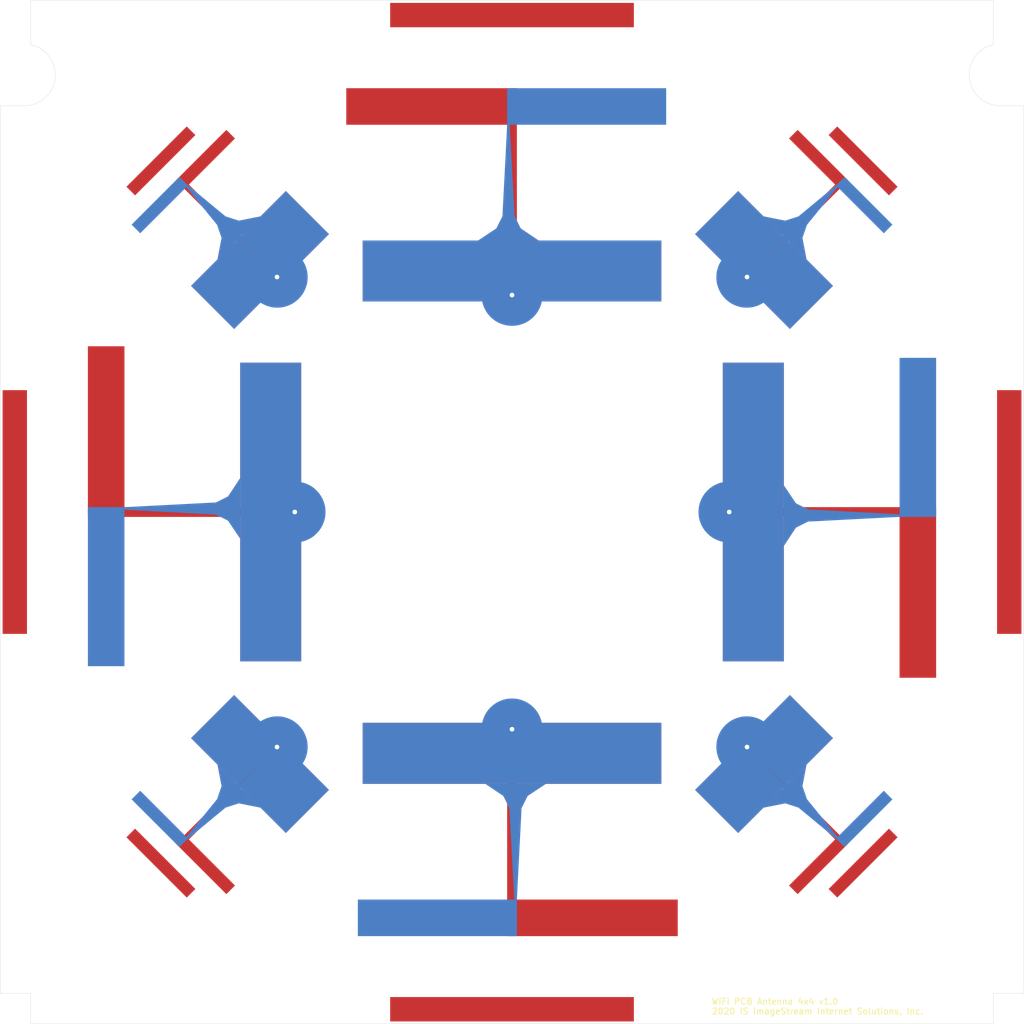
<source format=kicad_pcb>
(kicad_pcb (version 20200628) (host pcbnew "5.99.0-unknown-6296b4e~102~ubuntu18.04.1")

  (general
    (thickness 0.8)
    (drawings 16)
    (tracks 0)
    (modules 13)
    (nets 1)
  )

  (paper "A4")
  (layers
    (0 "F.Cu" signal)
    (31 "B.Cu" signal)
    (32 "B.Adhes" user)
    (33 "F.Adhes" user)
    (34 "B.Paste" user)
    (35 "F.Paste" user)
    (36 "B.SilkS" user)
    (37 "F.SilkS" user)
    (38 "B.Mask" user)
    (39 "F.Mask" user)
    (40 "Dwgs.User" user)
    (41 "Cmts.User" user)
    (42 "Eco1.User" user)
    (43 "Eco2.User" user)
    (44 "Edge.Cuts" user)
    (45 "Margin" user)
    (46 "B.CrtYd" user)
    (47 "F.CrtYd" user)
    (48 "B.Fab" user)
    (49 "F.Fab" user)
  )

  (setup
    (stackup
      (layer "F.SilkS" (type "Top Silk Screen"))
      (layer "F.Paste" (type "Top Solder Paste"))
      (layer "F.Mask" (type "Top Solder Mask") (color "Green") (thickness 0.01))
      (layer "F.Cu" (type "copper") (thickness 0.035))
      (layer "dielectric 1" (type "core") (thickness 0.71) (material "FR4") (epsilon_r 4.5) (loss_tangent 0.02))
      (layer "B.Cu" (type "copper") (thickness 0.035))
      (layer "B.Mask" (type "Bottom Solder Mask") (color "Green") (thickness 0.01))
      (layer "B.Paste" (type "Bottom Solder Paste"))
      (layer "B.SilkS" (type "Bottom Silk Screen"))
      (copper_finish "None")
      (dielectric_constraints yes)
    )
    (pcbplotparams
      (layerselection 0x010fc_ffffffff)
      (usegerberextensions false)
      (usegerberattributes true)
      (usegerberadvancedattributes true)
      (creategerberjobfile true)
      (svguseinch false)
      (svgprecision 6)
      (excludeedgelayer true)
      (linewidth 0.100000)
      (plotframeref false)
      (viasonmask false)
      (mode 1)
      (useauxorigin false)
      (hpglpennumber 1)
      (hpglpenspeed 20)
      (hpglpendiameter 15.000000)
      (psnegative false)
      (psa4output false)
      (plotreference true)
      (plotvalue true)
      (plotinvisibletext false)
      (sketchpadsonfab false)
      (subtractmaskfromsilk false)
      (outputformat 1)
      (mirror false)
      (drillshape 0)
      (scaleselection 1)
      (outputdirectory "gerbers/")
    )
  )

  (net 0 "")

  (module "MountingHole:MountingHole_4mm" (layer "F.Cu") (tedit 56D1B4CB) (tstamp 45e85f3e-d524-4d8c-8a41-20a366101798)
    (at 158.5 4.5)
    (descr "Mounting Hole 4mm, no annular")
    (tags "mounting hole 4mm no annular")
    (attr virtual)
    (fp_text reference "REF**" (at 0 -5) (layer "F.SilkS") hide
      (effects (font (size 1 1) (thickness 0.15)))
    )
    (fp_text value "MountingHole_4mm" (at 0 5) (layer "F.Fab") hide
      (effects (font (size 1 1) (thickness 0.15)))
    )
    (fp_circle (center 0 0) (end 4.25 0) (layer "F.CrtYd") (width 0.05))
    (fp_circle (center 0 0) (end 4 0) (layer "Cmts.User") (width 0.15))
    (fp_text user "${REFERENCE}" (at 0.3 0) (layer "F.Fab") hide
      (effects (font (size 1 1) (thickness 0.15)))
    )
    (pad "1" np_thru_hole circle (at 0 0) (size 4 4) (drill 4) (layers *.Cu *.Mask) (tstamp 3d774149-597f-4a74-a982-5e10ed3680cf))
  )

  (module "Scott:FlatAnt5.0_6dBi_L" (layer "F.Cu") (tedit 5F112354) (tstamp 4d537a96-dead-4526-8a2d-b065f97a9847)
    (at 32 136 135)
    (attr virtual)
    (fp_text reference "REF**" (at 7.45 4.875 135 unlocked) (layer "F.SilkS") hide
      (effects (font (size 1 1) (thickness 0.15)))
    )
    (fp_text value "FlatAnt5.0_6dBi" (at 7.45 6.375 135 unlocked) (layer "F.Fab") hide
      (effects (font (size 1 1) (thickness 0.15)))
    )
    (fp_text user "${REF}" (at 7.45 7.874999 135 unlocked) (layer "F.Fab") hide
      (effects (font (size 1 1) (thickness 0.15)))
    )
    (fp_poly (pts (xy 11 20.05) (xy 0 20.05) (xy 0 10.05) (xy 11 10.05)) (layer "B.Cu") (width 0.0001))
    (fp_poly (pts (xy 0 20.05) (xy -11 20.05) (xy -11 10.05) (xy 0 10.05)) (layer "B.Cu") (width 0.0001))
    (fp_poly (pts (xy 10.8 -1.95) (xy 10.8 -3.95) (xy -0.3 -3.95) (xy -0.3 -1.95)) (layer "B.Cu") (width 0.0001))
    (fp_circle (center 0 19.05) (end 2.5 19.05) (layer "B.Cu") (width 5))
    (fp_poly (pts (xy 0.90895 6.001532) (xy 1.89524 8.021548) (xy 4.87024 10.046548) (xy -5.12976 10.046548)
      (xy -2.10476 8.021548) (xy -1.06605 6.001532) (xy -0.12976 -3.953452)) (layer "B.Cu") (width 0.0001))
    (fp_poly (pts (xy 11 20.05) (xy 2.5 20.05) (xy 1 17.05) (xy 1 10.05)
      (xy 11 10.05)) (layer "F.Cu") (width 0.0001))
    (fp_poly (pts (xy -1 17.05) (xy -2.5 20.05) (xy -11 20.05) (xy -11 10.05)
      (xy -1 10.05)) (layer "F.Cu") (width 0.0001))
    (fp_poly (pts (xy 0.5 17.05) (xy 2 20.05) (xy -2 20.05) (xy -0.5 17.05)
      (xy -0.5 -1.95) (xy -11.2 -1.95) (xy -11.2 -3.95) (xy 0.525 -3.95)) (layer "F.Cu") (width 0.0001))
    (fp_poly (pts (xy 2 20.05) (xy -2 20.05) (xy -0.5 17.05) (xy 0.5 17.05)) (layer "F.Mask") (width 0.0001))
    (fp_arc (start -0.159312 18.91193) (end 1.25 15.225162) (angle 138) (layer "B.Mask") (width 2.5))
    (fp_poly (pts (xy 2.75 18.45) (xy 0 18.45) (xy 0 13.97) (xy 1.29 13.97)) (layer "B.Mask") (width 0.0001))
    (fp_poly (pts (xy 1.47 23.83) (xy 0 24.05) (xy 0 19.554915) (xy 2.5 19.55)) (layer "B.Mask") (width 0.0001))
    (fp_poly (pts (xy 1.26 23.89) (xy 1.09 23.93) (xy 0.89 23.97) (xy 0.64 24.01)
      (xy 0.45 24.03) (xy 0.3 24.04) (xy 0.09 24.05) (xy 0 24.05)
      (xy 1.47 23.83)) (layer "B.Mask") (width 0.0001))
    (fp_poly (pts (xy 0.325 13.65125) (xy 0.52 13.69) (xy 0.68 13.72) (xy 0.88 13.77)
      (xy 1.21 13.88) (xy 1.59 14.02) (xy 0 13.98) (xy 0 13.63)
      (xy 0.13 13.63)) (layer "B.Mask") (width 0.0001))
    (fp_poly (pts (xy 2.57 19.56) (xy 0.54 19.56) (xy 0.54 18.45) (xy 2.57 18.45)) (layer "B.Mask") (width 0.0001))
    (fp_poly (pts (xy 0.61 19.57) (xy 0.02 19.57) (xy 0.11 19.55) (xy 0.22 19.51)
      (xy 0.32 19.46) (xy 0.41 19.39) (xy 0.47 19.32) (xy 0.5375 19.18375)
      (xy 0.54875 18.960625) (xy 0.51125 18.819375) (xy 0.46 18.73) (xy 0.41 18.66)
      (xy 0.35 18.59) (xy 0.28 18.53) (xy 0.21 18.49) (xy 0.11 18.45)
      (xy 0.61 18.45)) (layer "B.Mask") (width 0.0001))
    (fp_poly (pts (xy 7 -6.945163) (xy -7 -6.945163) (xy -7 -8.945163) (xy 7 -8.945163)) (layer "F.Cu") (width 0.0001))
    (pad "1" thru_hole circle (at 0 19 135) (size 1.524 1.524) (drill 0.762) (layers "F.Cu" "F.Mask") (tstamp f03987a6-c178-4fd7-8375-06c940d69bd8))
    (pad "2" smd circle (at 1.8 19 135) (size 2 2) (layers "B.Cu") (tstamp e6eff5cb-b800-4e73-97d2-099fa3470399))
  )

  (module "Scott:FlatAnt5.0_6dBi_R" (layer "F.Cu") (tedit 5F112311) (tstamp 2be6da08-529e-4983-81cb-9031852c4b0d)
    (at 32 32 45)
    (attr virtual)
    (fp_text reference "REF**" (at 8.325 2.95 45 unlocked) (layer "F.SilkS") hide
      (effects (font (size 1 1) (thickness 0.15)))
    )
    (fp_text value "FlatAnt5.0_6dBi" (at 8.325 4.45 45 unlocked) (layer "F.Fab") hide
      (effects (font (size 1 1) (thickness 0.15)))
    )
    (fp_text user "${REF}" (at 8.325 5.95 45 unlocked) (layer "F.Fab") hide
      (effects (font (size 1 1) (thickness 0.15)))
    )
    (fp_poly (pts (xy 11 20.05) (xy 0 20.05) (xy 0 10.05) (xy 11 10.05)) (layer "B.Cu") (width 0.0001))
    (fp_poly (pts (xy 0 20.05) (xy -11 20.05) (xy -11 10.05) (xy 0 10.05)) (layer "B.Cu") (width 0.0001))
    (fp_poly (pts (xy -10.8 -1.95) (xy -10.8 -3.95) (xy 0.3 -3.95) (xy 0.3 -1.95)) (layer "B.Cu") (width 0.0001))
    (fp_circle (center 0 19.05) (end 2.5 19.05) (layer "B.Cu") (width 5))
    (fp_poly (pts (xy -0.90895 6.001532) (xy -1.89524 8.021548) (xy -4.87024 10.046548) (xy 5.12976 10.046548)
      (xy 2.10476 8.021548) (xy 1.06605 6.001532) (xy 0.12976 -3.953452)) (layer "B.Cu") (width 0.0001))
    (fp_poly (pts (xy 11 20.05) (xy 2.5 20.05) (xy 1 17.05) (xy 1 10.05)
      (xy 11 10.05)) (layer "F.Cu") (width 0.0001))
    (fp_poly (pts (xy -1 17.05) (xy -2.5 20.05) (xy -11 20.05) (xy -11 10.05)
      (xy -1 10.05)) (layer "F.Cu") (width 0.0001))
    (fp_poly (pts (xy -0.5 17.05) (xy -2 20.05) (xy 2 20.05) (xy 0.5 17.05)
      (xy 0.5 -1.95) (xy 11.2 -1.95) (xy 11.2 -3.95) (xy -0.525 -3.95)) (layer "F.Cu") (width 0.0001))
    (fp_poly (pts (xy 2 20.05) (xy -2 20.05) (xy -0.5 17.05) (xy 0.5 17.05)) (layer "F.Mask") (width 0.0001))
    (fp_arc (start -0.159312 18.91193) (end 1.25 15.225162) (angle 138) (layer "B.Mask") (width 2.5))
    (fp_poly (pts (xy 2.75 18.45) (xy 0 18.45) (xy 0 13.97) (xy 1.29 13.97)) (layer "B.Mask") (width 0.0001))
    (fp_poly (pts (xy 1.47 23.83) (xy 0 24.05) (xy 0 19.554915) (xy 2.5 19.55)) (layer "B.Mask") (width 0.0001))
    (fp_poly (pts (xy 1.26 23.89) (xy 1.09 23.93) (xy 0.89 23.97) (xy 0.64 24.01)
      (xy 0.45 24.03) (xy 0.3 24.04) (xy 0.09 24.05) (xy 0 24.05)
      (xy 1.47 23.83)) (layer "B.Mask") (width 0.0001))
    (fp_poly (pts (xy 0.325 13.65125) (xy 0.52 13.69) (xy 0.68 13.72) (xy 0.88 13.77)
      (xy 1.21 13.88) (xy 1.59 14.02) (xy 0 13.98) (xy 0 13.63)
      (xy 0.13 13.63)) (layer "B.Mask") (width 0.0001))
    (fp_poly (pts (xy 2.57 19.56) (xy 0.54 19.56) (xy 0.54 18.45) (xy 2.57 18.45)) (layer "B.Mask") (width 0.0001))
    (fp_poly (pts (xy 0.61 19.57) (xy 0.02 19.57) (xy 0.11 19.55) (xy 0.22 19.51)
      (xy 0.32 19.46) (xy 0.41 19.39) (xy 0.47 19.32) (xy 0.5375 19.18375)
      (xy 0.54875 18.960625) (xy 0.51125 18.819375) (xy 0.46 18.73) (xy 0.41 18.66)
      (xy 0.35 18.59) (xy 0.28 18.53) (xy 0.21 18.49) (xy 0.11 18.45)
      (xy 0.61 18.45)) (layer "B.Mask") (width 0.0001))
    (fp_poly (pts (xy 7 -6.945163) (xy -7 -6.945163) (xy -7 -8.945163) (xy 7 -8.945163)) (layer "F.Cu") (width 0.0001))
    (pad "1" thru_hole circle (at 0 19 45) (size 1.524 1.524) (drill 0.762) (layers "F.Cu" "F.Mask") (tstamp f03987a6-c178-4fd7-8375-06c940d69bd8))
    (pad "2" smd circle (at 1.8 19 45) (size 2 2) (layers "B.Cu") (tstamp e6eff5cb-b800-4e73-97d2-099fa3470399))
  )

  (module "Scott:FlatAnt5.0_6dBi_L" (layer "F.Cu") (tedit 5F112354) (tstamp 9707ac8e-737e-4a26-a887-510cf07a7f81)
    (at 136 32 -45)
    (attr virtual)
    (fp_text reference "REF**" (at 7.45 4.875 -45 unlocked) (layer "F.SilkS") hide
      (effects (font (size 1 1) (thickness 0.15)))
    )
    (fp_text value "FlatAnt5.0_6dBi" (at 7.45 6.375 -45 unlocked) (layer "F.Fab") hide
      (effects (font (size 1 1) (thickness 0.15)))
    )
    (fp_text user "${REF}" (at 7.45 7.874999 -45 unlocked) (layer "F.Fab") hide
      (effects (font (size 1 1) (thickness 0.15)))
    )
    (fp_poly (pts (xy 11 20.05) (xy 0 20.05) (xy 0 10.05) (xy 11 10.05)) (layer "B.Cu") (width 0.0001))
    (fp_poly (pts (xy 0 20.05) (xy -11 20.05) (xy -11 10.05) (xy 0 10.05)) (layer "B.Cu") (width 0.0001))
    (fp_poly (pts (xy 10.8 -1.95) (xy 10.8 -3.95) (xy -0.3 -3.95) (xy -0.3 -1.95)) (layer "B.Cu") (width 0.0001))
    (fp_circle (center 0 19.05) (end 2.5 19.05) (layer "B.Cu") (width 5))
    (fp_poly (pts (xy 0.90895 6.001532) (xy 1.89524 8.021548) (xy 4.87024 10.046548) (xy -5.12976 10.046548)
      (xy -2.10476 8.021548) (xy -1.06605 6.001532) (xy -0.12976 -3.953452)) (layer "B.Cu") (width 0.0001))
    (fp_poly (pts (xy 11 20.05) (xy 2.5 20.05) (xy 1 17.05) (xy 1 10.05)
      (xy 11 10.05)) (layer "F.Cu") (width 0.0001))
    (fp_poly (pts (xy -1 17.05) (xy -2.5 20.05) (xy -11 20.05) (xy -11 10.05)
      (xy -1 10.05)) (layer "F.Cu") (width 0.0001))
    (fp_poly (pts (xy 0.5 17.05) (xy 2 20.05) (xy -2 20.05) (xy -0.5 17.05)
      (xy -0.5 -1.95) (xy -11.2 -1.95) (xy -11.2 -3.95) (xy 0.525 -3.95)) (layer "F.Cu") (width 0.0001))
    (fp_poly (pts (xy 2 20.05) (xy -2 20.05) (xy -0.5 17.05) (xy 0.5 17.05)) (layer "F.Mask") (width 0.0001))
    (fp_arc (start -0.159312 18.91193) (end 1.25 15.225162) (angle 138) (layer "B.Mask") (width 2.5))
    (fp_poly (pts (xy 2.75 18.45) (xy 0 18.45) (xy 0 13.97) (xy 1.29 13.97)) (layer "B.Mask") (width 0.0001))
    (fp_poly (pts (xy 1.47 23.83) (xy 0 24.05) (xy 0 19.554915) (xy 2.5 19.55)) (layer "B.Mask") (width 0.0001))
    (fp_poly (pts (xy 1.26 23.89) (xy 1.09 23.93) (xy 0.89 23.97) (xy 0.64 24.01)
      (xy 0.45 24.03) (xy 0.3 24.04) (xy 0.09 24.05) (xy 0 24.05)
      (xy 1.47 23.83)) (layer "B.Mask") (width 0.0001))
    (fp_poly (pts (xy 0.325 13.65125) (xy 0.52 13.69) (xy 0.68 13.72) (xy 0.88 13.77)
      (xy 1.21 13.88) (xy 1.59 14.02) (xy 0 13.98) (xy 0 13.63)
      (xy 0.13 13.63)) (layer "B.Mask") (width 0.0001))
    (fp_poly (pts (xy 2.57 19.56) (xy 0.54 19.56) (xy 0.54 18.45) (xy 2.57 18.45)) (layer "B.Mask") (width 0.0001))
    (fp_poly (pts (xy 0.61 19.57) (xy 0.02 19.57) (xy 0.11 19.55) (xy 0.22 19.51)
      (xy 0.32 19.46) (xy 0.41 19.39) (xy 0.47 19.32) (xy 0.5375 19.18375)
      (xy 0.54875 18.960625) (xy 0.51125 18.819375) (xy 0.46 18.73) (xy 0.41 18.66)
      (xy 0.35 18.59) (xy 0.28 18.53) (xy 0.21 18.49) (xy 0.11 18.45)
      (xy 0.61 18.45)) (layer "B.Mask") (width 0.0001))
    (fp_poly (pts (xy 7 -6.945163) (xy -7 -6.945163) (xy -7 -8.945163) (xy 7 -8.945163)) (layer "F.Cu") (width 0.0001))
    (pad "1" thru_hole circle (at 0 19 315) (size 1.524 1.524) (drill 0.762) (layers "F.Cu" "F.Mask") (tstamp f03987a6-c178-4fd7-8375-06c940d69bd8))
    (pad "2" smd circle (at 1.8 19 315) (size 2 2) (layers "B.Cu") (tstamp e6eff5cb-b800-4e73-97d2-099fa3470399))
  )

  (module "Scott:FlatAnt2.4_6dBi_R" (layer "F.Cu") (tedit 5F112413) (tstamp 84058d8b-6afc-4ba8-b18e-c8fd5f1f1f86)
    (at 140.05 84 -90)
    (attr virtual)
    (fp_text reference "REF**" (at 33.4 16.6 -90 unlocked) (layer "F.SilkS") hide
      (effects (font (size 1 1) (thickness 0.15)))
    )
    (fp_text value "FlatAnt2.4_6dBi" (at 33.4 18.1 -90 unlocked) (layer "F.Fab") hide
      (effects (font (size 1 1) (thickness 0.15)))
    )
    (fp_poly (pts (xy 20 -23.55) (xy -20 -23.55) (xy -20 -27.55) (xy 20 -27.55)) (layer "F.Cu") (width 0.0001))
    (fp_poly (pts (xy 0.61 20.97) (xy 0.02 20.97) (xy 0.11 20.95) (xy 0.22 20.91)
      (xy 0.32 20.86) (xy 0.41 20.79) (xy 0.47 20.72) (xy 0.5375 20.58375)
      (xy 0.54875 20.360625) (xy 0.51125 20.219375) (xy 0.46 20.13) (xy 0.41 20.06)
      (xy 0.35 19.99) (xy 0.28 19.93) (xy 0.21 19.89) (xy 0.11 19.85)
      (xy 0.61 19.85)) (layer "B.Mask") (width 0.0001))
    (fp_poly (pts (xy 2.57 20.96) (xy 0.54 20.96) (xy 0.54 19.85) (xy 2.57 19.85)) (layer "B.Mask") (width 0.0001))
    (fp_poly (pts (xy 0.325 15.05125) (xy 0.52 15.09) (xy 0.68 15.12) (xy 0.88 15.17)
      (xy 1.21 15.28) (xy 1.59 15.42) (xy 0 15.38) (xy 0 15.03)
      (xy 0.13 15.03)) (layer "B.Mask") (width 0.0001))
    (fp_poly (pts (xy 1.26 25.29) (xy 1.09 25.33) (xy 0.89 25.37) (xy 0.64 25.41)
      (xy 0.45 25.43) (xy 0.3 25.44) (xy 0.09 25.45) (xy 0 25.45)
      (xy 1.47 25.23)) (layer "B.Mask") (width 0.0001))
    (fp_poly (pts (xy 1.47 25.23) (xy 0 25.45) (xy 0 20.954915) (xy 2.5 20.95)) (layer "B.Mask") (width 0.0001))
    (fp_poly (pts (xy 2.75 19.85) (xy 0 19.85) (xy 0 15.37) (xy 1.29 15.37)) (layer "B.Mask") (width 0.0001))
    (fp_arc (start -0.159312 20.31193) (end 1.25 16.625162) (angle 138) (layer "B.Mask") (width 2.5))
    (fp_poly (pts (xy 2 21.45) (xy -2 21.45) (xy -0.8 18.45) (xy 0.8 18.45)) (layer "F.Mask") (width 0.0001))
    (fp_poly (pts (xy -0.8 18.45) (xy -2 21.45) (xy 2 21.45) (xy 0.8 18.45)
      (xy 0.8 -7.55) (xy 27.2 -7.55) (xy 27.2 -13.55) (xy -0.8 -13.55)) (layer "F.Cu") (width 0.0001))
    (fp_poly (pts (xy -1.1 18.45) (xy -2.25 21.45) (xy -24.5 21.45) (xy -24.5 11.45)
      (xy -1.1 11.45)) (layer "F.Cu") (width 0.0001))
    (fp_poly (pts (xy 24.5 21.45) (xy 2.25 21.45) (xy 1.1 18.45) (xy 1.1 11.45)
      (xy 24.5 11.45)) (layer "F.Cu") (width 0.0001))
    (fp_poly (pts (xy -0.42959 7.45) (xy -1.42959 9.45) (xy -4.4 11.45) (xy 5.587134 11.45)
      (xy 2.57041 9.45) (xy 1.57041 7.45) (xy 0.587134 -11.55)) (layer "B.Cu") (width 0.0001))
    (fp_circle (center 0 20.45) (end 2.5 20.45) (layer "B.Cu") (width 5))
    (fp_poly (pts (xy -25.3 -7.55) (xy -25.3 -13.55) (xy 0.8 -13.55) (xy 0.8 -7.55)) (layer "B.Cu") (width 0.0001))
    (fp_poly (pts (xy 0 21.45) (xy -24.5 21.45) (xy -24.5 11.45) (xy 0 11.45)) (layer "B.Cu") (width 0.0001))
    (fp_poly (pts (xy 24.5 21.45) (xy 0 21.45) (xy 0 11.45) (xy 24.5 11.45)) (layer "B.Cu") (width 0.0001))
    (fp_text user "${REF}" (at 33.4 19.6 -90 unlocked) (layer "F.Fab") hide
      (effects (font (size 1 1) (thickness 0.15)))
    )
    (pad "2" smd circle (at 1.8 20.4 270) (size 2 2) (layers "B.Cu") (tstamp e6eff5cb-b800-4e73-97d2-099fa3470399))
    (pad "1" thru_hole circle (at 0 20.4 270) (size 1.524 1.524) (drill 0.762) (layers "F.Cu" "F.Mask") (tstamp f03987a6-c178-4fd7-8375-06c940d69bd8))
  )

  (module "Scott:FlatAnt2.4_6dBi_L" (layer "F.Cu") (tedit 5F1123B9) (tstamp 91441958-2ada-4aca-a7cc-f25245ee2eae)
    (at 84 28)
    (attr virtual)
    (fp_text reference "REF**" (at 33.4 16.6 unlocked) (layer "F.SilkS") hide
      (effects (font (size 1 1) (thickness 0.15)))
    )
    (fp_text value "FlatAnt2.4_6dBi" (at 33.4 18.1 unlocked) (layer "F.Fab") hide
      (effects (font (size 1 1) (thickness 0.15)))
    )
    (fp_poly (pts (xy 20 -23.55) (xy -20 -23.55) (xy -20 -27.55) (xy 20 -27.55)) (layer "F.Cu") (width 0.0001))
    (fp_poly (pts (xy 0.61 20.97) (xy 0.02 20.97) (xy 0.11 20.95) (xy 0.22 20.91)
      (xy 0.32 20.86) (xy 0.41 20.79) (xy 0.47 20.72) (xy 0.5375 20.58375)
      (xy 0.54875 20.360625) (xy 0.51125 20.219375) (xy 0.46 20.13) (xy 0.41 20.06)
      (xy 0.35 19.99) (xy 0.28 19.93) (xy 0.21 19.89) (xy 0.11 19.85)
      (xy 0.61 19.85)) (layer "B.Mask") (width 0.0001))
    (fp_poly (pts (xy 2.57 20.96) (xy 0.54 20.96) (xy 0.54 19.85) (xy 2.57 19.85)) (layer "B.Mask") (width 0.0001))
    (fp_poly (pts (xy 0.325 15.05125) (xy 0.52 15.09) (xy 0.68 15.12) (xy 0.88 15.17)
      (xy 1.21 15.28) (xy 1.59 15.42) (xy 0 15.38) (xy 0 15.03)
      (xy 0.13 15.03)) (layer "B.Mask") (width 0.0001))
    (fp_poly (pts (xy 1.26 25.29) (xy 1.09 25.33) (xy 0.89 25.37) (xy 0.64 25.41)
      (xy 0.45 25.43) (xy 0.3 25.44) (xy 0.09 25.45) (xy 0 25.45)
      (xy 1.47 25.23)) (layer "B.Mask") (width 0.0001))
    (fp_poly (pts (xy 1.47 25.23) (xy 0 25.45) (xy 0 20.954915) (xy 2.5 20.95)) (layer "B.Mask") (width 0.0001))
    (fp_poly (pts (xy 2.75 19.85) (xy 0 19.85) (xy 0 15.37) (xy 1.29 15.37)) (layer "B.Mask") (width 0.0001))
    (fp_arc (start -0.159312 20.31193) (end 1.25 16.625162) (angle 138) (layer "B.Mask") (width 2.5))
    (fp_poly (pts (xy 2 21.45) (xy -2 21.45) (xy -0.8 18.45) (xy 0.8 18.45)) (layer "F.Mask") (width 0.0001))
    (fp_poly (pts (xy 0.8 18.45) (xy 2 21.45) (xy -2 21.45) (xy -0.8 18.45)
      (xy -0.8 -7.55) (xy -27.2 -7.55) (xy -27.2 -13.55) (xy 0.8 -13.55)) (layer "F.Cu") (width 0.0001))
    (fp_poly (pts (xy -1.1 18.45) (xy -2.25 21.45) (xy -24.5 21.45) (xy -24.5 11.45)
      (xy -1.1 11.45)) (layer "F.Cu") (width 0.0001))
    (fp_poly (pts (xy 24.5 21.45) (xy 2.25 21.45) (xy 1.1 18.45) (xy 1.1 11.45)
      (xy 24.5 11.45)) (layer "F.Cu") (width 0.0001))
    (fp_poly (pts (xy 0.42959 7.45) (xy 1.42959 9.45) (xy 4.4 11.45) (xy -5.587134 11.45)
      (xy -2.57041 9.45) (xy -1.57041 7.45) (xy -0.587134 -11.55)) (layer "B.Cu") (width 0.0001))
    (fp_circle (center 0 20.45) (end 2.5 20.45) (layer "B.Cu") (width 5))
    (fp_poly (pts (xy 25.3 -7.55) (xy 25.3 -13.55) (xy -0.8 -13.55) (xy -0.8 -7.55)) (layer "B.Cu") (width 0.0001))
    (fp_poly (pts (xy 0 21.45) (xy -24.5 21.45) (xy -24.5 11.45) (xy 0 11.45)) (layer "B.Cu") (width 0.0001))
    (fp_poly (pts (xy 24.5 21.45) (xy 0 21.45) (xy 0 11.45) (xy 24.5 11.45)) (layer "B.Cu") (width 0.0001))
    (fp_text user "${REF}" (at 33.4 19.6 unlocked) (layer "F.Fab") hide
      (effects (font (size 1 1) (thickness 0.15)))
    )
    (pad "2" smd circle (at 1.8 20.4) (size 2 2) (layers "B.Cu") (tstamp e6eff5cb-b800-4e73-97d2-099fa3470399))
    (pad "1" thru_hole circle (at 0 20.4) (size 1.524 1.524) (drill 0.762) (layers "F.Cu" "F.Mask") (tstamp f03987a6-c178-4fd7-8375-06c940d69bd8))
  )

  (module "Scott:FlatAnt5.0_6dBi_R" (layer "F.Cu") (tedit 5F112311) (tstamp 31b15c1f-ff66-4b94-9249-5dfb6c936239)
    (at 136 136 -135)
    (attr virtual)
    (fp_text reference "REF**" (at 8.325 2.95 -135 unlocked) (layer "F.SilkS") hide
      (effects (font (size 1 1) (thickness 0.15)))
    )
    (fp_text value "FlatAnt5.0_6dBi" (at 8.325 4.45 -135 unlocked) (layer "F.Fab") hide
      (effects (font (size 1 1) (thickness 0.15)))
    )
    (fp_text user "${REF}" (at 8.325 5.95 -135 unlocked) (layer "F.Fab") hide
      (effects (font (size 1 1) (thickness 0.15)))
    )
    (fp_poly (pts (xy 11 20.05) (xy 0 20.05) (xy 0 10.05) (xy 11 10.05)) (layer "B.Cu") (width 0.0001))
    (fp_poly (pts (xy 0 20.05) (xy -11 20.05) (xy -11 10.05) (xy 0 10.05)) (layer "B.Cu") (width 0.0001))
    (fp_poly (pts (xy -10.8 -1.95) (xy -10.8 -3.95) (xy 0.3 -3.95) (xy 0.3 -1.95)) (layer "B.Cu") (width 0.0001))
    (fp_circle (center 0 19.05) (end 2.5 19.05) (layer "B.Cu") (width 5))
    (fp_poly (pts (xy -0.90895 6.001532) (xy -1.89524 8.021548) (xy -4.87024 10.046548) (xy 5.12976 10.046548)
      (xy 2.10476 8.021548) (xy 1.06605 6.001532) (xy 0.12976 -3.953452)) (layer "B.Cu") (width 0.0001))
    (fp_poly (pts (xy 11 20.05) (xy 2.5 20.05) (xy 1 17.05) (xy 1 10.05)
      (xy 11 10.05)) (layer "F.Cu") (width 0.0001))
    (fp_poly (pts (xy -1 17.05) (xy -2.5 20.05) (xy -11 20.05) (xy -11 10.05)
      (xy -1 10.05)) (layer "F.Cu") (width 0.0001))
    (fp_poly (pts (xy -0.5 17.05) (xy -2 20.05) (xy 2 20.05) (xy 0.5 17.05)
      (xy 0.5 -1.95) (xy 11.2 -1.95) (xy 11.2 -3.95) (xy -0.525 -3.95)) (layer "F.Cu") (width 0.0001))
    (fp_poly (pts (xy 2 20.05) (xy -2 20.05) (xy -0.5 17.05) (xy 0.5 17.05)) (layer "F.Mask") (width 0.0001))
    (fp_arc (start -0.159312 18.91193) (end 1.25 15.225162) (angle 138) (layer "B.Mask") (width 2.5))
    (fp_poly (pts (xy 2.75 18.45) (xy 0 18.45) (xy 0 13.97) (xy 1.29 13.97)) (layer "B.Mask") (width 0.0001))
    (fp_poly (pts (xy 1.47 23.83) (xy 0 24.05) (xy 0 19.554915) (xy 2.5 19.55)) (layer "B.Mask") (width 0.0001))
    (fp_poly (pts (xy 1.26 23.89) (xy 1.09 23.93) (xy 0.89 23.97) (xy 0.64 24.01)
      (xy 0.45 24.03) (xy 0.3 24.04) (xy 0.09 24.05) (xy 0 24.05)
      (xy 1.47 23.83)) (layer "B.Mask") (width 0.0001))
    (fp_poly (pts (xy 0.325 13.65125) (xy 0.52 13.69) (xy 0.68 13.72) (xy 0.88 13.77)
      (xy 1.21 13.88) (xy 1.59 14.02) (xy 0 13.98) (xy 0 13.63)
      (xy 0.13 13.63)) (layer "B.Mask") (width 0.0001))
    (fp_poly (pts (xy 2.57 19.56) (xy 0.54 19.56) (xy 0.54 18.45) (xy 2.57 18.45)) (layer "B.Mask") (width 0.0001))
    (fp_poly (pts (xy 0.61 19.57) (xy 0.02 19.57) (xy 0.11 19.55) (xy 0.22 19.51)
      (xy 0.32 19.46) (xy 0.41 19.39) (xy 0.47 19.32) (xy 0.5375 19.18375)
      (xy 0.54875 18.960625) (xy 0.51125 18.819375) (xy 0.46 18.73) (xy 0.41 18.66)
      (xy 0.35 18.59) (xy 0.28 18.53) (xy 0.21 18.49) (xy 0.11 18.45)
      (xy 0.61 18.45)) (layer "B.Mask") (width 0.0001))
    (fp_poly (pts (xy 7 -6.945163) (xy -7 -6.945163) (xy -7 -8.945163) (xy 7 -8.945163)) (layer "F.Cu") (width 0.0001))
    (pad "1" thru_hole circle (at 0 19 225) (size 1.524 1.524) (drill 0.762) (layers "F.Cu" "F.Mask") (tstamp f03987a6-c178-4fd7-8375-06c940d69bd8))
    (pad "2" smd circle (at 1.8 19 225) (size 2 2) (layers "B.Cu") (tstamp e6eff5cb-b800-4e73-97d2-099fa3470399))
  )

  (module "Scott:FlatAnt2.4_6dBi_R" (layer "F.Cu") (tedit 5F112413) (tstamp 0bff855e-5465-49b1-9891-5044bfba35f9)
    (at 27.95 84 90)
    (attr virtual)
    (fp_text reference "REF**" (at 33.4 16.6 90 unlocked) (layer "F.SilkS") hide
      (effects (font (size 1 1) (thickness 0.15)))
    )
    (fp_text value "FlatAnt2.4_6dBi" (at 33.4 18.1 90 unlocked) (layer "F.Fab") hide
      (effects (font (size 1 1) (thickness 0.15)))
    )
    (fp_poly (pts (xy 20 -23.55) (xy -20 -23.55) (xy -20 -27.55) (xy 20 -27.55)) (layer "F.Cu") (width 0.0001))
    (fp_poly (pts (xy 0.61 20.97) (xy 0.02 20.97) (xy 0.11 20.95) (xy 0.22 20.91)
      (xy 0.32 20.86) (xy 0.41 20.79) (xy 0.47 20.72) (xy 0.5375 20.58375)
      (xy 0.54875 20.360625) (xy 0.51125 20.219375) (xy 0.46 20.13) (xy 0.41 20.06)
      (xy 0.35 19.99) (xy 0.28 19.93) (xy 0.21 19.89) (xy 0.11 19.85)
      (xy 0.61 19.85)) (layer "B.Mask") (width 0.0001))
    (fp_poly (pts (xy 2.57 20.96) (xy 0.54 20.96) (xy 0.54 19.85) (xy 2.57 19.85)) (layer "B.Mask") (width 0.0001))
    (fp_poly (pts (xy 0.325 15.05125) (xy 0.52 15.09) (xy 0.68 15.12) (xy 0.88 15.17)
      (xy 1.21 15.28) (xy 1.59 15.42) (xy 0 15.38) (xy 0 15.03)
      (xy 0.13 15.03)) (layer "B.Mask") (width 0.0001))
    (fp_poly (pts (xy 1.26 25.29) (xy 1.09 25.33) (xy 0.89 25.37) (xy 0.64 25.41)
      (xy 0.45 25.43) (xy 0.3 25.44) (xy 0.09 25.45) (xy 0 25.45)
      (xy 1.47 25.23)) (layer "B.Mask") (width 0.0001))
    (fp_poly (pts (xy 1.47 25.23) (xy 0 25.45) (xy 0 20.954915) (xy 2.5 20.95)) (layer "B.Mask") (width 0.0001))
    (fp_poly (pts (xy 2.75 19.85) (xy 0 19.85) (xy 0 15.37) (xy 1.29 15.37)) (layer "B.Mask") (width 0.0001))
    (fp_arc (start -0.159312 20.31193) (end 1.25 16.625162) (angle 138) (layer "B.Mask") (width 2.5))
    (fp_poly (pts (xy 2 21.45) (xy -2 21.45) (xy -0.8 18.45) (xy 0.8 18.45)) (layer "F.Mask") (width 0.0001))
    (fp_poly (pts (xy -0.8 18.45) (xy -2 21.45) (xy 2 21.45) (xy 0.8 18.45)
      (xy 0.8 -7.55) (xy 27.2 -7.55) (xy 27.2 -13.55) (xy -0.8 -13.55)) (layer "F.Cu") (width 0.0001))
    (fp_poly (pts (xy -1.1 18.45) (xy -2.25 21.45) (xy -24.5 21.45) (xy -24.5 11.45)
      (xy -1.1 11.45)) (layer "F.Cu") (width 0.0001))
    (fp_poly (pts (xy 24.5 21.45) (xy 2.25 21.45) (xy 1.1 18.45) (xy 1.1 11.45)
      (xy 24.5 11.45)) (layer "F.Cu") (width 0.0001))
    (fp_poly (pts (xy -0.42959 7.45) (xy -1.42959 9.45) (xy -4.4 11.45) (xy 5.587134 11.45)
      (xy 2.57041 9.45) (xy 1.57041 7.45) (xy 0.587134 -11.55)) (layer "B.Cu") (width 0.0001))
    (fp_circle (center 0 20.45) (end 2.5 20.45) (layer "B.Cu") (width 5))
    (fp_poly (pts (xy -25.3 -7.55) (xy -25.3 -13.55) (xy 0.8 -13.55) (xy 0.8 -7.55)) (layer "B.Cu") (width 0.0001))
    (fp_poly (pts (xy 0 21.45) (xy -24.5 21.45) (xy -24.5 11.45) (xy 0 11.45)) (layer "B.Cu") (width 0.0001))
    (fp_poly (pts (xy 24.5 21.45) (xy 0 21.45) (xy 0 11.45) (xy 24.5 11.45)) (layer "B.Cu") (width 0.0001))
    (fp_text user "${REF}" (at 33.4 19.6 90 unlocked) (layer "F.Fab") hide
      (effects (font (size 1 1) (thickness 0.15)))
    )
    (pad "2" smd circle (at 1.8 20.4 90) (size 2 2) (layers "B.Cu") (tstamp e6eff5cb-b800-4e73-97d2-099fa3470399))
    (pad "1" thru_hole circle (at 0 20.4 90) (size 1.524 1.524) (drill 0.762) (layers "F.Cu" "F.Mask") (tstamp f03987a6-c178-4fd7-8375-06c940d69bd8))
  )

  (module "MountingHole:MountingHole_4mm" (layer "F.Cu") (tedit 56D1B4CB) (tstamp 1994a45a-b41b-4ca9-aefb-95b651a73c58)
    (at 158.5 163.5)
    (descr "Mounting Hole 4mm, no annular")
    (tags "mounting hole 4mm no annular")
    (attr virtual)
    (fp_text reference "REF**" (at 0 -5) (layer "F.SilkS") hide
      (effects (font (size 1 1) (thickness 0.15)))
    )
    (fp_text value "MountingHole_4mm" (at 0 5) (layer "F.Fab") hide
      (effects (font (size 1 1) (thickness 0.15)))
    )
    (fp_circle (center 0 0) (end 4.25 0) (layer "F.CrtYd") (width 0.05))
    (fp_circle (center 0 0) (end 4 0) (layer "Cmts.User") (width 0.15))
    (fp_text user "${REFERENCE}" (at 0.3 0) (layer "F.Fab") hide
      (effects (font (size 1 1) (thickness 0.15)))
    )
    (pad "1" np_thru_hole circle (at 0 0) (size 4 4) (drill 4) (layers *.Cu *.Mask) (tstamp 3d774149-597f-4a74-a982-5e10ed3680cf))
  )

  (module "MountingHole:MountingHole_4mm" (layer "F.Cu") (tedit 56D1B4CB) (tstamp ae1ce940-5231-4040-8871-bd0640d8d823)
    (at 9.5 163.5)
    (descr "Mounting Hole 4mm, no annular")
    (tags "mounting hole 4mm no annular")
    (attr virtual)
    (fp_text reference "eREF**" (at 0 -5) (layer "F.SilkS") hide
      (effects (font (size 1 1) (thickness 0.15)))
    )
    (fp_text value "MountingHole_4mm" (at 0 5) (layer "F.Fab") hide
      (effects (font (size 1 1) (thickness 0.15)))
    )
    (fp_circle (center 0 0) (end 4.25 0) (layer "F.CrtYd") (width 0.05))
    (fp_circle (center 0 0) (end 4 0) (layer "Cmts.User") (width 0.15))
    (fp_text user "${REFERENCE}" (at 0.3 0) (layer "F.Fab") hide
      (effects (font (size 1 1) (thickness 0.15)))
    )
    (pad "1" np_thru_hole circle (at 0 0) (size 4 4) (drill 4) (layers *.Cu *.Mask) (tstamp 3d774149-597f-4a74-a982-5e10ed3680cf))
  )

  (module "MountingHole:MountingHole_4mm" (layer "F.Cu") (tedit 56D1B4CB) (tstamp 44108bb6-7b4a-4015-bf61-2e9dd66575dc)
    (at 9.5 4.5)
    (descr "Mounting Hole 4mm, no annular")
    (tags "mounting hole 4mm no annular")
    (attr virtual)
    (fp_text reference "REF**" (at 0 -5) (layer "F.SilkS") hide
      (effects (font (size 1 1) (thickness 0.15)))
    )
    (fp_text value "MountingHole_4mm" (at 0 5) (layer "F.Fab") hide
      (effects (font (size 1 1) (thickness 0.15)))
    )
    (fp_circle (center 0 0) (end 4.25 0) (layer "F.CrtYd") (width 0.05))
    (fp_circle (center 0 0) (end 4 0) (layer "Cmts.User") (width 0.15))
    (fp_text user "${REFERENCE}" (at 0.3 0) (layer "F.Fab") hide
      (effects (font (size 1 1) (thickness 0.15)))
    )
    (pad "1" np_thru_hole circle (at 0 0) (size 4 4) (drill 4) (layers *.Cu *.Mask) (tstamp 3d774149-597f-4a74-a982-5e10ed3680cf))
  )

  (module "Scott:FAN_LP_60mm" (layer "F.Cu") (tedit 5F10B41B) (tstamp 5f8b7130-2f08-40dd-8f34-4b006cc2a638)
    (at 84 84)
    (fp_text reference "REF**" (at 0 -0.5 unlocked) (layer "F.SilkS")
      (effects (font (size 1 1) (thickness 0.15)))
    )
    (fp_text value "FAN_LP_60mm" (at 0 1 unlocked) (layer "F.Fab")
      (effects (font (size 1 1) (thickness 0.15)))
    )
    (fp_rect (start -30 -30) (end 30 30) (layer "F.CrtYd") (width 0.05))
    (fp_text user "${REF}" (at 0 2.5 unlocked) (layer "F.Fab")
      (effects (font (size 1 1) (thickness 0.15)))
    )
    (pad "" np_thru_hole circle (at -25 25) (size 5.5 5.5) (drill 5.5) (layers *.Cu *.Mask) (tstamp 43881d61-d96c-4ed8-92fa-d5e102382b66))
    (pad "" np_thru_hole circle (at 25 25) (size 5.5 5.5) (drill 5.5) (layers *.Cu *.Mask) (tstamp 43881d61-d96c-4ed8-92fa-d5e102382b66))
    (pad "" np_thru_hole circle (at 25 -25) (size 5.5 5.5) (drill 5.5) (layers *.Cu *.Mask) (tstamp 43881d61-d96c-4ed8-92fa-d5e102382b66))
    (pad "" np_thru_hole circle (at -25 -25) (size 5.5 5.5) (drill 5.5) (layers *.Cu *.Mask) (tstamp 43881d61-d96c-4ed8-92fa-d5e102382b66))
    (pad "" np_thru_hole circle (at 0 0) (size 58 58) (drill 58) (layers *.Cu *.Mask) (tstamp fa9868c7-82a5-4a0b-b924-3a46296fac46))
  )

  (module "Scott:FlatAnt2.4_6dBi_L" (layer "F.Cu") (tedit 5F1123B9) (tstamp 5a92d901-5645-49a3-af19-7d9fd6e7cd03)
    (at 84 140.05 180)
    (attr virtual)
    (fp_text reference "REF**" (at 33.4 16.6 180 unlocked) (layer "F.SilkS") hide
      (effects (font (size 1 1) (thickness 0.15)))
    )
    (fp_text value "FlatAnt2.4_6dBi" (at 33.4 18.1 180 unlocked) (layer "F.Fab") hide
      (effects (font (size 1 1) (thickness 0.15)))
    )
    (fp_poly (pts (xy 20 -23.55) (xy -20 -23.55) (xy -20 -27.55) (xy 20 -27.55)) (layer "F.Cu") (width 0.0001))
    (fp_poly (pts (xy 0.61 20.97) (xy 0.02 20.97) (xy 0.11 20.95) (xy 0.22 20.91)
      (xy 0.32 20.86) (xy 0.41 20.79) (xy 0.47 20.72) (xy 0.5375 20.58375)
      (xy 0.54875 20.360625) (xy 0.51125 20.219375) (xy 0.46 20.13) (xy 0.41 20.06)
      (xy 0.35 19.99) (xy 0.28 19.93) (xy 0.21 19.89) (xy 0.11 19.85)
      (xy 0.61 19.85)) (layer "B.Mask") (width 0.0001))
    (fp_poly (pts (xy 2.57 20.96) (xy 0.54 20.96) (xy 0.54 19.85) (xy 2.57 19.85)) (layer "B.Mask") (width 0.0001))
    (fp_poly (pts (xy 0.325 15.05125) (xy 0.52 15.09) (xy 0.68 15.12) (xy 0.88 15.17)
      (xy 1.21 15.28) (xy 1.59 15.42) (xy 0 15.38) (xy 0 15.03)
      (xy 0.13 15.03)) (layer "B.Mask") (width 0.0001))
    (fp_poly (pts (xy 1.26 25.29) (xy 1.09 25.33) (xy 0.89 25.37) (xy 0.64 25.41)
      (xy 0.45 25.43) (xy 0.3 25.44) (xy 0.09 25.45) (xy 0 25.45)
      (xy 1.47 25.23)) (layer "B.Mask") (width 0.0001))
    (fp_poly (pts (xy 1.47 25.23) (xy 0 25.45) (xy 0 20.954915) (xy 2.5 20.95)) (layer "B.Mask") (width 0.0001))
    (fp_poly (pts (xy 2.75 19.85) (xy 0 19.85) (xy 0 15.37) (xy 1.29 15.37)) (layer "B.Mask") (width 0.0001))
    (fp_arc (start -0.159312 20.31193) (end 1.25 16.625162) (angle 138) (layer "B.Mask") (width 2.5))
    (fp_poly (pts (xy 2 21.45) (xy -2 21.45) (xy -0.8 18.45) (xy 0.8 18.45)) (layer "F.Mask") (width 0.0001))
    (fp_poly (pts (xy 0.8 18.45) (xy 2 21.45) (xy -2 21.45) (xy -0.8 18.45)
      (xy -0.8 -7.55) (xy -27.2 -7.55) (xy -27.2 -13.55) (xy 0.8 -13.55)) (layer "F.Cu") (width 0.0001))
    (fp_poly (pts (xy -1.1 18.45) (xy -2.25 21.45) (xy -24.5 21.45) (xy -24.5 11.45)
      (xy -1.1 11.45)) (layer "F.Cu") (width 0.0001))
    (fp_poly (pts (xy 24.5 21.45) (xy 2.25 21.45) (xy 1.1 18.45) (xy 1.1 11.45)
      (xy 24.5 11.45)) (layer "F.Cu") (width 0.0001))
    (fp_poly (pts (xy 0.42959 7.45) (xy 1.42959 9.45) (xy 4.4 11.45) (xy -5.587134 11.45)
      (xy -2.57041 9.45) (xy -1.57041 7.45) (xy -0.587134 -11.55)) (layer "B.Cu") (width 0.0001))
    (fp_circle (center 0 20.45) (end 2.5 20.45) (layer "B.Cu") (width 5))
    (fp_poly (pts (xy 25.3 -7.55) (xy 25.3 -13.55) (xy -0.8 -13.55) (xy -0.8 -7.55)) (layer "B.Cu") (width 0.0001))
    (fp_poly (pts (xy 0 21.45) (xy -24.5 21.45) (xy -24.5 11.45) (xy 0 11.45)) (layer "B.Cu") (width 0.0001))
    (fp_poly (pts (xy 24.5 21.45) (xy 0 21.45) (xy 0 11.45) (xy 24.5 11.45)) (layer "B.Cu") (width 0.0001))
    (fp_text user "${REF}" (at 33.4 19.6 180 unlocked) (layer "F.Fab") hide
      (effects (font (size 1 1) (thickness 0.15)))
    )
    (pad "2" smd circle (at 1.8 20.4 180) (size 2 2) (layers "B.Cu") (tstamp e6eff5cb-b800-4e73-97d2-099fa3470399))
    (pad "1" thru_hole circle (at 0 20.4 180) (size 1.524 1.524) (drill 0.762) (layers "F.Cu" "F.Mask") (tstamp f03987a6-c178-4fd7-8375-06c940d69bd8))
  )

  (gr_line (start 5 163) (end 5 168) (layer "Edge.Cuts") (width 0.05) (tstamp b8b67b3a-6617-4701-b4e1-cbf7b2b75b3f))
  (gr_line (start 0 163) (end 5 163) (layer "Edge.Cuts") (width 0.05) (tstamp 5702ae49-ee81-4852-af61-d850699d9454))
  (gr_line (start 163 163) (end 168 163) (layer "Edge.Cuts") (width 0.05) (tstamp 5639789e-1148-4a37-8c11-08bb278b9531))
  (gr_line (start 163 168) (end 163 163) (layer "Edge.Cuts") (width 0.05) (tstamp a683b448-0043-4eee-a6d0-ed6512d66c83))
  (gr_arc (start 164.081361 12.25) (end 163 7.3) (angle -163.3583373) (layer "Edge.Cuts") (width 0.05) (tstamp b529f3e7-2ee2-480a-9c83-86331595823b))
  (gr_line (start 163.7 17.3) (end 168 17.3) (layer "Edge.Cuts") (width 0.05) (tstamp 9e4d71b1-0f1a-4593-91b1-c8e5a92681af))
  (gr_line (start 163 0) (end 163 7.3) (layer "Edge.Cuts") (width 0.05) (tstamp 7b4f5ef6-74ed-490d-a07a-aa7fa6080dc6))
  (gr_line (start 0 17.3) (end 4.5 17.3) (layer "Edge.Cuts") (width 0.05) (tstamp 9b59fb4a-8c0c-423d-a733-b9c04c0522ec))
  (gr_line (start 5 0) (end 5 7.3) (layer "Edge.Cuts") (width 0.05) (tstamp 0656529e-30a7-48ba-83ad-0ec6a430ed1a))
  (gr_arc (start 3.991299 12.267305) (end 4.5 17.3) (angle -162.7493313) (layer "Edge.Cuts") (width 0.05) (tstamp c8f4b597-b8db-424c-9e24-cbff6c644461))
  (gr_line (start 0 163) (end 0 17.3) (layer "Edge.Cuts") (width 0.05) (tstamp e4200fe8-d902-4011-8954-9049c1ddd98a))
  (gr_line (start 163 168) (end 5 168) (layer "Edge.Cuts") (width 0.05) (tstamp 64182945-c71b-4d86-87f9-998422276eed))
  (gr_line (start 168 17.3) (end 168 163) (layer "Edge.Cuts") (width 0.05) (tstamp 994e95a2-a8d3-423d-8ba0-8c6532dbff0e))
  (gr_line (start 5 0) (end 163 0) (layer "Edge.Cuts") (width 0.05) (tstamp 85dd0a84-6095-4ce0-b0d6-0a203e8cb1e1))
  (gr_text "2020 IS ImageStream Internet Solutions, Inc." (at 134.15 165.925) (layer "F.SilkS") (tstamp d789e5f6-67f9-4b0a-93c9-d64768be09a1)
    (effects (font (size 1 1) (thickness 0.15)))
  )
  (gr_text "WiFi PCB Antenna 4x4 v1.0" (at 127.125 164.325) (layer "F.SilkS") (tstamp 9e37ec4a-83ee-4990-b7f9-bb83b651026c)
    (effects (font (size 1 1) (thickness 0.15)))
  )

)

</source>
